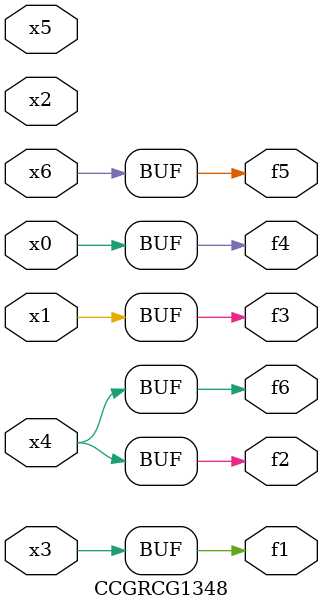
<source format=v>
module CCGRCG1348(
	input x0, x1, x2, x3, x4, x5, x6,
	output f1, f2, f3, f4, f5, f6
);
	assign f1 = x3;
	assign f2 = x4;
	assign f3 = x1;
	assign f4 = x0;
	assign f5 = x6;
	assign f6 = x4;
endmodule

</source>
